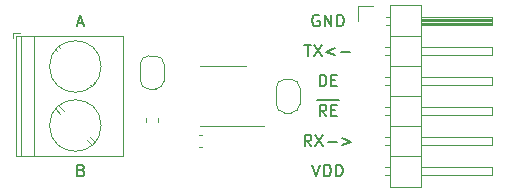
<source format=gbr>
%TF.GenerationSoftware,KiCad,Pcbnew,(5.1.6)-1*%
%TF.CreationDate,2020-11-19T21:10:57+01:00*%
%TF.ProjectId,rs485_transceiver,72733438-355f-4747-9261-6e7363656976,rev?*%
%TF.SameCoordinates,Original*%
%TF.FileFunction,Legend,Top*%
%TF.FilePolarity,Positive*%
%FSLAX46Y46*%
G04 Gerber Fmt 4.6, Leading zero omitted, Abs format (unit mm)*
G04 Created by KiCad (PCBNEW (5.1.6)-1) date 2020-11-19 21:10:57*
%MOMM*%
%LPD*%
G01*
G04 APERTURE LIST*
%ADD10C,0.150000*%
%ADD11C,0.120000*%
G04 APERTURE END LIST*
D10*
X169506428Y-121278571D02*
X169649285Y-121326190D01*
X169696904Y-121373809D01*
X169744523Y-121469047D01*
X169744523Y-121611904D01*
X169696904Y-121707142D01*
X169649285Y-121754761D01*
X169554047Y-121802380D01*
X169173095Y-121802380D01*
X169173095Y-120802380D01*
X169506428Y-120802380D01*
X169601666Y-120850000D01*
X169649285Y-120897619D01*
X169696904Y-120992857D01*
X169696904Y-121088095D01*
X169649285Y-121183333D01*
X169601666Y-121230952D01*
X169506428Y-121278571D01*
X169173095Y-121278571D01*
X169196904Y-108816666D02*
X169673095Y-108816666D01*
X169101666Y-109102380D02*
X169435000Y-108102380D01*
X169768333Y-109102380D01*
X189056666Y-120802380D02*
X189390000Y-121802380D01*
X189723333Y-120802380D01*
X190056666Y-121802380D02*
X190056666Y-120802380D01*
X190294761Y-120802380D01*
X190437619Y-120850000D01*
X190532857Y-120945238D01*
X190580476Y-121040476D01*
X190628095Y-121230952D01*
X190628095Y-121373809D01*
X190580476Y-121564285D01*
X190532857Y-121659523D01*
X190437619Y-121754761D01*
X190294761Y-121802380D01*
X190056666Y-121802380D01*
X191056666Y-121802380D02*
X191056666Y-120802380D01*
X191294761Y-120802380D01*
X191437619Y-120850000D01*
X191532857Y-120945238D01*
X191580476Y-121040476D01*
X191628095Y-121230952D01*
X191628095Y-121373809D01*
X191580476Y-121564285D01*
X191532857Y-121659523D01*
X191437619Y-121754761D01*
X191294761Y-121802380D01*
X191056666Y-121802380D01*
X188985238Y-119262380D02*
X188651904Y-118786190D01*
X188413809Y-119262380D02*
X188413809Y-118262380D01*
X188794761Y-118262380D01*
X188890000Y-118310000D01*
X188937619Y-118357619D01*
X188985238Y-118452857D01*
X188985238Y-118595714D01*
X188937619Y-118690952D01*
X188890000Y-118738571D01*
X188794761Y-118786190D01*
X188413809Y-118786190D01*
X189318571Y-118262380D02*
X189985238Y-119262380D01*
X189985238Y-118262380D02*
X189318571Y-119262380D01*
X190366190Y-118881428D02*
X191128095Y-118881428D01*
X191604285Y-118595714D02*
X192366190Y-118881428D01*
X191604285Y-119167142D01*
X189437619Y-115355000D02*
X190437619Y-115355000D01*
X190247142Y-116722380D02*
X189913809Y-116246190D01*
X189675714Y-116722380D02*
X189675714Y-115722380D01*
X190056666Y-115722380D01*
X190151904Y-115770000D01*
X190199523Y-115817619D01*
X190247142Y-115912857D01*
X190247142Y-116055714D01*
X190199523Y-116150952D01*
X190151904Y-116198571D01*
X190056666Y-116246190D01*
X189675714Y-116246190D01*
X190437619Y-115355000D02*
X191342380Y-115355000D01*
X190675714Y-116198571D02*
X191009047Y-116198571D01*
X191151904Y-116722380D02*
X190675714Y-116722380D01*
X190675714Y-115722380D01*
X191151904Y-115722380D01*
X189675714Y-114182380D02*
X189675714Y-113182380D01*
X189913809Y-113182380D01*
X190056666Y-113230000D01*
X190151904Y-113325238D01*
X190199523Y-113420476D01*
X190247142Y-113610952D01*
X190247142Y-113753809D01*
X190199523Y-113944285D01*
X190151904Y-114039523D01*
X190056666Y-114134761D01*
X189913809Y-114182380D01*
X189675714Y-114182380D01*
X190675714Y-113658571D02*
X191009047Y-113658571D01*
X191151904Y-114182380D02*
X190675714Y-114182380D01*
X190675714Y-113182380D01*
X191151904Y-113182380D01*
X188390000Y-110642380D02*
X188961428Y-110642380D01*
X188675714Y-111642380D02*
X188675714Y-110642380D01*
X189199523Y-110642380D02*
X189866190Y-111642380D01*
X189866190Y-110642380D02*
X189199523Y-111642380D01*
X191009047Y-110975714D02*
X190247142Y-111261428D01*
X191009047Y-111547142D01*
X191485238Y-111261428D02*
X192247142Y-111261428D01*
X189628095Y-108150000D02*
X189532857Y-108102380D01*
X189390000Y-108102380D01*
X189247142Y-108150000D01*
X189151904Y-108245238D01*
X189104285Y-108340476D01*
X189056666Y-108530952D01*
X189056666Y-108673809D01*
X189104285Y-108864285D01*
X189151904Y-108959523D01*
X189247142Y-109054761D01*
X189390000Y-109102380D01*
X189485238Y-109102380D01*
X189628095Y-109054761D01*
X189675714Y-109007142D01*
X189675714Y-108673809D01*
X189485238Y-108673809D01*
X190104285Y-109102380D02*
X190104285Y-108102380D01*
X190675714Y-109102380D01*
X190675714Y-108102380D01*
X191151904Y-109102380D02*
X191151904Y-108102380D01*
X191390000Y-108102380D01*
X191532857Y-108150000D01*
X191628095Y-108245238D01*
X191675714Y-108340476D01*
X191723333Y-108530952D01*
X191723333Y-108673809D01*
X191675714Y-108864285D01*
X191628095Y-108959523D01*
X191532857Y-109054761D01*
X191390000Y-109102380D01*
X191151904Y-109102380D01*
D11*
%TO.C,U3*%
X181500000Y-112440000D02*
X179550000Y-112440000D01*
X181500000Y-112440000D02*
X183450000Y-112440000D01*
X181500000Y-117560000D02*
X179550000Y-117560000D01*
X181500000Y-117560000D02*
X184950000Y-117560000D01*
%TO.C,R19*%
X174990000Y-117162779D02*
X174990000Y-116837221D01*
X176010000Y-117162779D02*
X176010000Y-116837221D01*
%TO.C,JP14*%
X175200000Y-114400000D02*
G75*
G02*
X174500000Y-113700000I0J700000D01*
G01*
X176500000Y-113700000D02*
G75*
G02*
X175800000Y-114400000I-700000J0D01*
G01*
X175800000Y-111600000D02*
G75*
G02*
X176500000Y-112300000I0J-700000D01*
G01*
X174500000Y-112300000D02*
G75*
G02*
X175200000Y-111600000I700000J0D01*
G01*
X175800000Y-114400000D02*
X175200000Y-114400000D01*
X176500000Y-112300000D02*
X176500000Y-113700000D01*
X175200000Y-111600000D02*
X175800000Y-111600000D01*
X174500000Y-113700000D02*
X174500000Y-112300000D01*
%TO.C,JP8*%
X186700000Y-116400000D02*
G75*
G02*
X186000000Y-115700000I0J700000D01*
G01*
X188000000Y-115700000D02*
G75*
G02*
X187300000Y-116400000I-700000J0D01*
G01*
X187300000Y-113600000D02*
G75*
G02*
X188000000Y-114300000I0J-700000D01*
G01*
X186000000Y-114300000D02*
G75*
G02*
X186700000Y-113600000I700000J0D01*
G01*
X187300000Y-116400000D02*
X186700000Y-116400000D01*
X188000000Y-114300000D02*
X188000000Y-115700000D01*
X186700000Y-113600000D02*
X187300000Y-113600000D01*
X186000000Y-115700000D02*
X186000000Y-114300000D01*
%TO.C,J2*%
X195640000Y-107320000D02*
X195640000Y-122680000D01*
X195640000Y-122680000D02*
X198300000Y-122680000D01*
X198300000Y-122680000D02*
X198300000Y-107320000D01*
X198300000Y-107320000D02*
X195640000Y-107320000D01*
X198300000Y-108270000D02*
X204300000Y-108270000D01*
X204300000Y-108270000D02*
X204300000Y-109030000D01*
X204300000Y-109030000D02*
X198300000Y-109030000D01*
X198300000Y-108330000D02*
X204300000Y-108330000D01*
X198300000Y-108450000D02*
X204300000Y-108450000D01*
X198300000Y-108570000D02*
X204300000Y-108570000D01*
X198300000Y-108690000D02*
X204300000Y-108690000D01*
X198300000Y-108810000D02*
X204300000Y-108810000D01*
X198300000Y-108930000D02*
X204300000Y-108930000D01*
X195310000Y-108270000D02*
X195640000Y-108270000D01*
X195310000Y-109030000D02*
X195640000Y-109030000D01*
X195640000Y-109920000D02*
X198300000Y-109920000D01*
X198300000Y-110810000D02*
X204300000Y-110810000D01*
X204300000Y-110810000D02*
X204300000Y-111570000D01*
X204300000Y-111570000D02*
X198300000Y-111570000D01*
X195242929Y-110810000D02*
X195640000Y-110810000D01*
X195242929Y-111570000D02*
X195640000Y-111570000D01*
X195640000Y-112460000D02*
X198300000Y-112460000D01*
X198300000Y-113350000D02*
X204300000Y-113350000D01*
X204300000Y-113350000D02*
X204300000Y-114110000D01*
X204300000Y-114110000D02*
X198300000Y-114110000D01*
X195242929Y-113350000D02*
X195640000Y-113350000D01*
X195242929Y-114110000D02*
X195640000Y-114110000D01*
X195640000Y-115000000D02*
X198300000Y-115000000D01*
X198300000Y-115890000D02*
X204300000Y-115890000D01*
X204300000Y-115890000D02*
X204300000Y-116650000D01*
X204300000Y-116650000D02*
X198300000Y-116650000D01*
X195242929Y-115890000D02*
X195640000Y-115890000D01*
X195242929Y-116650000D02*
X195640000Y-116650000D01*
X195640000Y-117540000D02*
X198300000Y-117540000D01*
X198300000Y-118430000D02*
X204300000Y-118430000D01*
X204300000Y-118430000D02*
X204300000Y-119190000D01*
X204300000Y-119190000D02*
X198300000Y-119190000D01*
X195242929Y-118430000D02*
X195640000Y-118430000D01*
X195242929Y-119190000D02*
X195640000Y-119190000D01*
X195640000Y-120080000D02*
X198300000Y-120080000D01*
X198300000Y-120970000D02*
X204300000Y-120970000D01*
X204300000Y-120970000D02*
X204300000Y-121730000D01*
X204300000Y-121730000D02*
X198300000Y-121730000D01*
X195242929Y-120970000D02*
X195640000Y-120970000D01*
X195242929Y-121730000D02*
X195640000Y-121730000D01*
X192930000Y-108650000D02*
X192930000Y-107380000D01*
X192930000Y-107380000D02*
X194200000Y-107380000D01*
%TO.C,J1*%
X171180000Y-112500000D02*
G75*
G03*
X171180000Y-112500000I-2180000J0D01*
G01*
X171180000Y-117500000D02*
G75*
G03*
X171180000Y-117500000I-2180000J0D01*
G01*
X164400000Y-109940000D02*
X164400000Y-120060000D01*
X165500000Y-109940000D02*
X165500000Y-120060000D01*
X173060000Y-109940000D02*
X173060000Y-120060000D01*
X163940000Y-109940000D02*
X163940000Y-120060000D01*
X173060000Y-109940000D02*
X163940000Y-109940000D01*
X173060000Y-120060000D02*
X163940000Y-120060000D01*
X170388000Y-114154000D02*
X170281000Y-114047000D01*
X167453000Y-111218000D02*
X167346000Y-111112000D01*
X170654000Y-113888000D02*
X170547000Y-113781000D01*
X167719000Y-110952000D02*
X167612000Y-110846000D01*
X170388000Y-119154000D02*
X169992000Y-118759000D01*
X167726000Y-116493000D02*
X167346000Y-116113000D01*
X170654000Y-118888000D02*
X170274000Y-118508000D01*
X168008000Y-116242000D02*
X167612000Y-115847000D01*
X164340000Y-109700000D02*
X163700000Y-109700000D01*
X163700000Y-109700000D02*
X163700000Y-110100000D01*
%TO.C,C17*%
X179757779Y-119320000D02*
X179432221Y-119320000D01*
X179757779Y-118300000D02*
X179432221Y-118300000D01*
%TD*%
M02*

</source>
